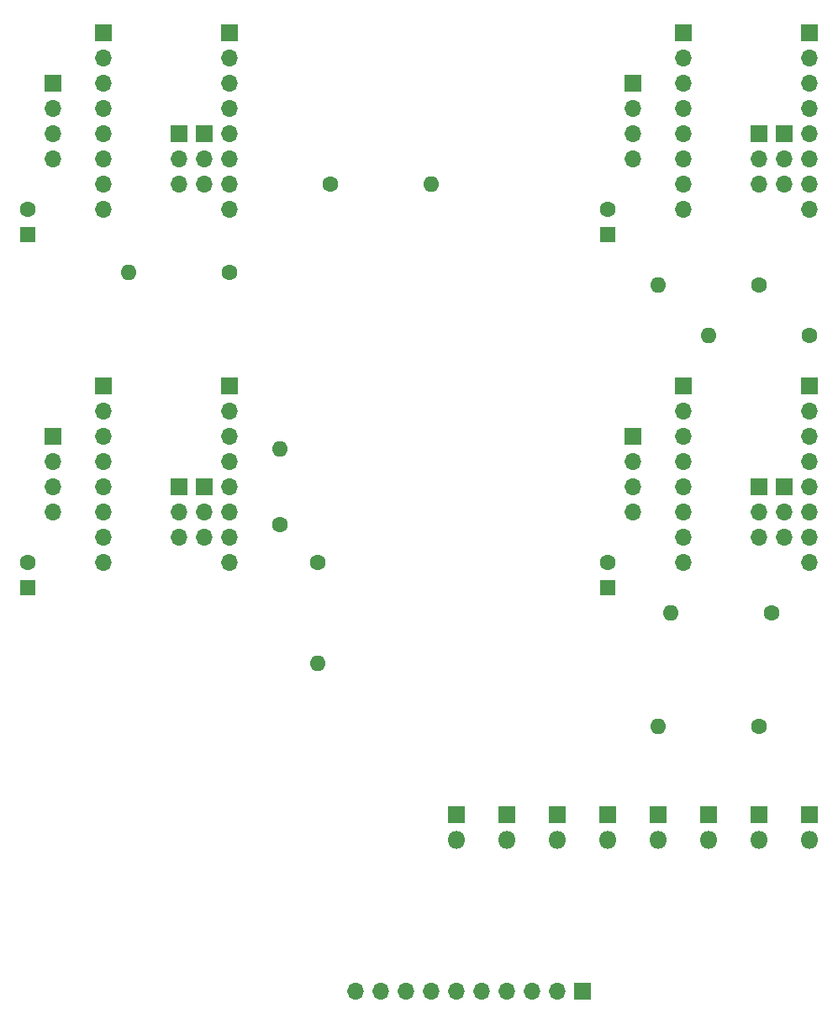
<source format=gts>
G04 #@! TF.GenerationSoftware,KiCad,Pcbnew,(6.0.2)*
G04 #@! TF.CreationDate,2025-01-10T17:30:30+01:00*
G04 #@! TF.ProjectId,4motor,346d6f74-6f72-42e6-9b69-6361645f7063,rev?*
G04 #@! TF.SameCoordinates,Original*
G04 #@! TF.FileFunction,Soldermask,Top*
G04 #@! TF.FilePolarity,Negative*
%FSLAX46Y46*%
G04 Gerber Fmt 4.6, Leading zero omitted, Abs format (unit mm)*
G04 Created by KiCad (PCBNEW (6.0.2)) date 2025-01-10 17:30:30*
%MOMM*%
%LPD*%
G01*
G04 APERTURE LIST*
%ADD10R,1.700000X1.700000*%
%ADD11O,1.700000X1.700000*%
%ADD12C,1.600000*%
%ADD13O,1.600000X1.600000*%
%ADD14R,1.600000X1.600000*%
%ADD15R,1.800000X1.800000*%
%ADD16O,1.800000X1.800000*%
G04 APERTURE END LIST*
D10*
X157480000Y-101600000D03*
D11*
X157480000Y-104140000D03*
X157480000Y-106680000D03*
X157480000Y-109220000D03*
X157480000Y-111760000D03*
X157480000Y-114300000D03*
X157480000Y-116840000D03*
X157480000Y-119380000D03*
D12*
X152400000Y-91440000D03*
D13*
X142240000Y-91440000D03*
D14*
X137160000Y-86360000D03*
D12*
X137160000Y-83860000D03*
D15*
X121920000Y-144780000D03*
D16*
X121920000Y-147320000D03*
D12*
X153670000Y-124460000D03*
D13*
X143510000Y-124460000D03*
D10*
X154940000Y-111760000D03*
D11*
X154940000Y-114300000D03*
X154940000Y-116840000D03*
D14*
X78740000Y-86360000D03*
D12*
X78740000Y-83860000D03*
D10*
X152400000Y-76200000D03*
D11*
X152400000Y-78740000D03*
X152400000Y-81280000D03*
D10*
X144780000Y-101600000D03*
D11*
X144780000Y-104140000D03*
X144780000Y-106680000D03*
X144780000Y-109220000D03*
X144780000Y-111760000D03*
X144780000Y-114300000D03*
X144780000Y-116840000D03*
X144780000Y-119380000D03*
D15*
X142240000Y-144780000D03*
D16*
X142240000Y-147320000D03*
D15*
X152400000Y-144780000D03*
D16*
X152400000Y-147320000D03*
D15*
X127000000Y-144780000D03*
D16*
X127000000Y-147320000D03*
D10*
X96520000Y-111760000D03*
D11*
X96520000Y-114300000D03*
X96520000Y-116840000D03*
D10*
X93980000Y-76200000D03*
D11*
X93980000Y-78740000D03*
X93980000Y-81280000D03*
D10*
X152400000Y-111760000D03*
D11*
X152400000Y-114300000D03*
X152400000Y-116840000D03*
D14*
X78740000Y-121920000D03*
D12*
X78740000Y-119420000D03*
D10*
X86360000Y-101600000D03*
D11*
X86360000Y-104140000D03*
X86360000Y-106680000D03*
X86360000Y-109220000D03*
X86360000Y-111760000D03*
X86360000Y-114300000D03*
X86360000Y-116840000D03*
X86360000Y-119380000D03*
D10*
X86360000Y-66040000D03*
D11*
X86360000Y-68580000D03*
X86360000Y-71120000D03*
X86360000Y-73660000D03*
X86360000Y-76200000D03*
X86360000Y-78740000D03*
X86360000Y-81280000D03*
X86360000Y-83820000D03*
D12*
X104140000Y-115570000D03*
D13*
X104140000Y-107950000D03*
D10*
X157480000Y-66040000D03*
D11*
X157480000Y-68580000D03*
X157480000Y-71120000D03*
X157480000Y-73660000D03*
X157480000Y-76200000D03*
X157480000Y-78740000D03*
X157480000Y-81280000D03*
X157480000Y-83820000D03*
D10*
X99060000Y-66040000D03*
D11*
X99060000Y-68580000D03*
X99060000Y-71120000D03*
X99060000Y-73660000D03*
X99060000Y-76200000D03*
X99060000Y-78740000D03*
X99060000Y-81280000D03*
X99060000Y-83820000D03*
D15*
X137160000Y-144780000D03*
D16*
X137160000Y-147320000D03*
D10*
X81280000Y-71120000D03*
D11*
X81280000Y-73660000D03*
X81280000Y-76200000D03*
X81280000Y-78740000D03*
D12*
X107950000Y-119380000D03*
D13*
X107950000Y-129540000D03*
D10*
X139700000Y-106680000D03*
D11*
X139700000Y-109220000D03*
X139700000Y-111760000D03*
X139700000Y-114300000D03*
D15*
X147320000Y-144780000D03*
D16*
X147320000Y-147320000D03*
D10*
X93980000Y-111760000D03*
D11*
X93980000Y-114300000D03*
X93980000Y-116840000D03*
D10*
X154940000Y-76200000D03*
D11*
X154940000Y-78740000D03*
X154940000Y-81280000D03*
D10*
X81280000Y-106680000D03*
D11*
X81280000Y-109220000D03*
X81280000Y-111760000D03*
X81280000Y-114300000D03*
D12*
X157480000Y-96520000D03*
D13*
X147320000Y-96520000D03*
D10*
X96520000Y-76200000D03*
D11*
X96520000Y-78740000D03*
X96520000Y-81280000D03*
D12*
X152400000Y-135890000D03*
D13*
X142240000Y-135890000D03*
D12*
X109220000Y-81280000D03*
D13*
X119380000Y-81280000D03*
D14*
X137160000Y-121920000D03*
D12*
X137160000Y-119420000D03*
D15*
X132080000Y-144780000D03*
D16*
X132080000Y-147320000D03*
D10*
X99060000Y-101600000D03*
D11*
X99060000Y-104140000D03*
X99060000Y-106680000D03*
X99060000Y-109220000D03*
X99060000Y-111760000D03*
X99060000Y-114300000D03*
X99060000Y-116840000D03*
X99060000Y-119380000D03*
D10*
X144780000Y-66040000D03*
D11*
X144780000Y-68580000D03*
X144780000Y-71120000D03*
X144780000Y-73660000D03*
X144780000Y-76200000D03*
X144780000Y-78740000D03*
X144780000Y-81280000D03*
X144780000Y-83820000D03*
D12*
X99060000Y-90170000D03*
D13*
X88900000Y-90170000D03*
D15*
X157480000Y-144780000D03*
D16*
X157480000Y-147320000D03*
D10*
X139700000Y-71120000D03*
D11*
X139700000Y-73660000D03*
X139700000Y-76200000D03*
X139700000Y-78740000D03*
D10*
X134620000Y-162560000D03*
D11*
X132080000Y-162560000D03*
X129540000Y-162560000D03*
X127000000Y-162560000D03*
X124460000Y-162560000D03*
X121920000Y-162560000D03*
X119380000Y-162560000D03*
X116840000Y-162560000D03*
X114300000Y-162560000D03*
X111760000Y-162560000D03*
M02*

</source>
